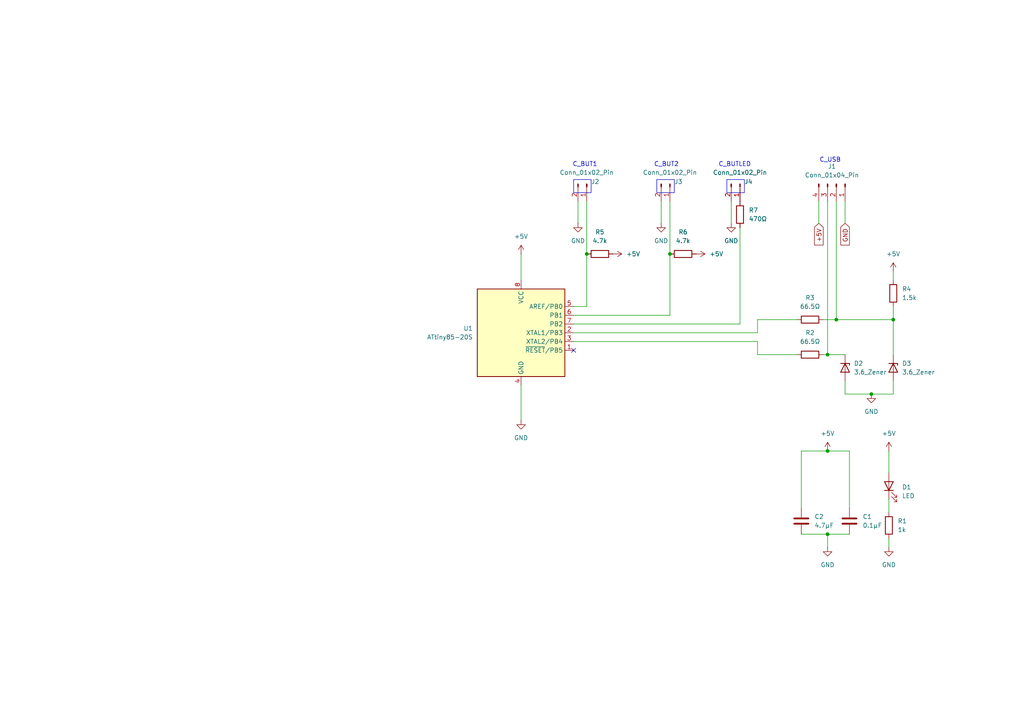
<source format=kicad_sch>
(kicad_sch
	(version 20231120)
	(generator "eeschema")
	(generator_version "8.0")
	(uuid "7b8f9bbd-9ed0-49d2-b0ad-7233b09c8c07")
	(paper "A4")
	(title_block
		(title "HomeControl - DoorStation")
		(date "2025-02-09")
		(rev "R1")
	)
	(lib_symbols
		(symbol "Connector:Conn_01x02_Pin"
			(pin_names
				(offset 1.016) hide)
			(exclude_from_sim no)
			(in_bom yes)
			(on_board yes)
			(property "Reference" "J"
				(at 0 2.54 0)
				(effects
					(font
						(size 1.27 1.27)
					)
				)
			)
			(property "Value" "Conn_01x02_Pin"
				(at 0 -5.08 0)
				(effects
					(font
						(size 1.27 1.27)
					)
				)
			)
			(property "Footprint" ""
				(at 0 0 0)
				(effects
					(font
						(size 1.27 1.27)
					)
					(hide yes)
				)
			)
			(property "Datasheet" "~"
				(at 0 0 0)
				(effects
					(font
						(size 1.27 1.27)
					)
					(hide yes)
				)
			)
			(property "Description" "Generic connector, single row, 01x02, script generated"
				(at 0 0 0)
				(effects
					(font
						(size 1.27 1.27)
					)
					(hide yes)
				)
			)
			(property "ki_locked" ""
				(at 0 0 0)
				(effects
					(font
						(size 1.27 1.27)
					)
				)
			)
			(property "ki_keywords" "connector"
				(at 0 0 0)
				(effects
					(font
						(size 1.27 1.27)
					)
					(hide yes)
				)
			)
			(property "ki_fp_filters" "Connector*:*_1x??_*"
				(at 0 0 0)
				(effects
					(font
						(size 1.27 1.27)
					)
					(hide yes)
				)
			)
			(symbol "Conn_01x02_Pin_1_1"
				(polyline
					(pts
						(xy 1.27 -2.54) (xy 0.8636 -2.54)
					)
					(stroke
						(width 0.1524)
						(type default)
					)
					(fill
						(type none)
					)
				)
				(polyline
					(pts
						(xy 1.27 0) (xy 0.8636 0)
					)
					(stroke
						(width 0.1524)
						(type default)
					)
					(fill
						(type none)
					)
				)
				(rectangle
					(start 0.8636 -2.413)
					(end 0 -2.667)
					(stroke
						(width 0.1524)
						(type default)
					)
					(fill
						(type outline)
					)
				)
				(rectangle
					(start 0.8636 0.127)
					(end 0 -0.127)
					(stroke
						(width 0.1524)
						(type default)
					)
					(fill
						(type outline)
					)
				)
				(pin passive line
					(at 5.08 0 180)
					(length 3.81)
					(name "Pin_1"
						(effects
							(font
								(size 1.27 1.27)
							)
						)
					)
					(number "1"
						(effects
							(font
								(size 1.27 1.27)
							)
						)
					)
				)
				(pin passive line
					(at 5.08 -2.54 180)
					(length 3.81)
					(name "Pin_2"
						(effects
							(font
								(size 1.27 1.27)
							)
						)
					)
					(number "2"
						(effects
							(font
								(size 1.27 1.27)
							)
						)
					)
				)
			)
		)
		(symbol "Connector:Conn_01x04_Pin"
			(pin_names
				(offset 1.016) hide)
			(exclude_from_sim no)
			(in_bom yes)
			(on_board yes)
			(property "Reference" "J"
				(at 0 5.08 0)
				(effects
					(font
						(size 1.27 1.27)
					)
				)
			)
			(property "Value" "Conn_01x04_Pin"
				(at 0 -7.62 0)
				(effects
					(font
						(size 1.27 1.27)
					)
				)
			)
			(property "Footprint" ""
				(at 0 0 0)
				(effects
					(font
						(size 1.27 1.27)
					)
					(hide yes)
				)
			)
			(property "Datasheet" "~"
				(at 0 0 0)
				(effects
					(font
						(size 1.27 1.27)
					)
					(hide yes)
				)
			)
			(property "Description" "Generic connector, single row, 01x04, script generated"
				(at 0 0 0)
				(effects
					(font
						(size 1.27 1.27)
					)
					(hide yes)
				)
			)
			(property "ki_locked" ""
				(at 0 0 0)
				(effects
					(font
						(size 1.27 1.27)
					)
				)
			)
			(property "ki_keywords" "connector"
				(at 0 0 0)
				(effects
					(font
						(size 1.27 1.27)
					)
					(hide yes)
				)
			)
			(property "ki_fp_filters" "Connector*:*_1x??_*"
				(at 0 0 0)
				(effects
					(font
						(size 1.27 1.27)
					)
					(hide yes)
				)
			)
			(symbol "Conn_01x04_Pin_1_1"
				(polyline
					(pts
						(xy 1.27 -5.08) (xy 0.8636 -5.08)
					)
					(stroke
						(width 0.1524)
						(type default)
					)
					(fill
						(type none)
					)
				)
				(polyline
					(pts
						(xy 1.27 -2.54) (xy 0.8636 -2.54)
					)
					(stroke
						(width 0.1524)
						(type default)
					)
					(fill
						(type none)
					)
				)
				(polyline
					(pts
						(xy 1.27 0) (xy 0.8636 0)
					)
					(stroke
						(width 0.1524)
						(type default)
					)
					(fill
						(type none)
					)
				)
				(polyline
					(pts
						(xy 1.27 2.54) (xy 0.8636 2.54)
					)
					(stroke
						(width 0.1524)
						(type default)
					)
					(fill
						(type none)
					)
				)
				(rectangle
					(start 0.8636 -4.953)
					(end 0 -5.207)
					(stroke
						(width 0.1524)
						(type default)
					)
					(fill
						(type outline)
					)
				)
				(rectangle
					(start 0.8636 -2.413)
					(end 0 -2.667)
					(stroke
						(width 0.1524)
						(type default)
					)
					(fill
						(type outline)
					)
				)
				(rectangle
					(start 0.8636 0.127)
					(end 0 -0.127)
					(stroke
						(width 0.1524)
						(type default)
					)
					(fill
						(type outline)
					)
				)
				(rectangle
					(start 0.8636 2.667)
					(end 0 2.413)
					(stroke
						(width 0.1524)
						(type default)
					)
					(fill
						(type outline)
					)
				)
				(pin passive line
					(at 5.08 2.54 180)
					(length 3.81)
					(name "Pin_1"
						(effects
							(font
								(size 1.27 1.27)
							)
						)
					)
					(number "1"
						(effects
							(font
								(size 1.27 1.27)
							)
						)
					)
				)
				(pin passive line
					(at 5.08 0 180)
					(length 3.81)
					(name "Pin_2"
						(effects
							(font
								(size 1.27 1.27)
							)
						)
					)
					(number "2"
						(effects
							(font
								(size 1.27 1.27)
							)
						)
					)
				)
				(pin passive line
					(at 5.08 -2.54 180)
					(length 3.81)
					(name "Pin_3"
						(effects
							(font
								(size 1.27 1.27)
							)
						)
					)
					(number "3"
						(effects
							(font
								(size 1.27 1.27)
							)
						)
					)
				)
				(pin passive line
					(at 5.08 -5.08 180)
					(length 3.81)
					(name "Pin_4"
						(effects
							(font
								(size 1.27 1.27)
							)
						)
					)
					(number "4"
						(effects
							(font
								(size 1.27 1.27)
							)
						)
					)
				)
			)
		)
		(symbol "Device:C"
			(pin_numbers hide)
			(pin_names
				(offset 0.254)
			)
			(exclude_from_sim no)
			(in_bom yes)
			(on_board yes)
			(property "Reference" "C"
				(at 0.635 2.54 0)
				(effects
					(font
						(size 1.27 1.27)
					)
					(justify left)
				)
			)
			(property "Value" "C"
				(at 0.635 -2.54 0)
				(effects
					(font
						(size 1.27 1.27)
					)
					(justify left)
				)
			)
			(property "Footprint" ""
				(at 0.9652 -3.81 0)
				(effects
					(font
						(size 1.27 1.27)
					)
					(hide yes)
				)
			)
			(property "Datasheet" "~"
				(at 0 0 0)
				(effects
					(font
						(size 1.27 1.27)
					)
					(hide yes)
				)
			)
			(property "Description" "Unpolarized capacitor"
				(at 0 0 0)
				(effects
					(font
						(size 1.27 1.27)
					)
					(hide yes)
				)
			)
			(property "ki_keywords" "cap capacitor"
				(at 0 0 0)
				(effects
					(font
						(size 1.27 1.27)
					)
					(hide yes)
				)
			)
			(property "ki_fp_filters" "C_*"
				(at 0 0 0)
				(effects
					(font
						(size 1.27 1.27)
					)
					(hide yes)
				)
			)
			(symbol "C_0_1"
				(polyline
					(pts
						(xy -2.032 -0.762) (xy 2.032 -0.762)
					)
					(stroke
						(width 0.508)
						(type default)
					)
					(fill
						(type none)
					)
				)
				(polyline
					(pts
						(xy -2.032 0.762) (xy 2.032 0.762)
					)
					(stroke
						(width 0.508)
						(type default)
					)
					(fill
						(type none)
					)
				)
			)
			(symbol "C_1_1"
				(pin passive line
					(at 0 3.81 270)
					(length 2.794)
					(name "~"
						(effects
							(font
								(size 1.27 1.27)
							)
						)
					)
					(number "1"
						(effects
							(font
								(size 1.27 1.27)
							)
						)
					)
				)
				(pin passive line
					(at 0 -3.81 90)
					(length 2.794)
					(name "~"
						(effects
							(font
								(size 1.27 1.27)
							)
						)
					)
					(number "2"
						(effects
							(font
								(size 1.27 1.27)
							)
						)
					)
				)
			)
		)
		(symbol "Device:D_Zener"
			(pin_numbers hide)
			(pin_names
				(offset 1.016) hide)
			(exclude_from_sim no)
			(in_bom yes)
			(on_board yes)
			(property "Reference" "D"
				(at 0 2.54 0)
				(effects
					(font
						(size 1.27 1.27)
					)
				)
			)
			(property "Value" "D_Zener"
				(at 0 -2.54 0)
				(effects
					(font
						(size 1.27 1.27)
					)
				)
			)
			(property "Footprint" ""
				(at 0 0 0)
				(effects
					(font
						(size 1.27 1.27)
					)
					(hide yes)
				)
			)
			(property "Datasheet" "~"
				(at 0 0 0)
				(effects
					(font
						(size 1.27 1.27)
					)
					(hide yes)
				)
			)
			(property "Description" "Zener diode"
				(at 0 0 0)
				(effects
					(font
						(size 1.27 1.27)
					)
					(hide yes)
				)
			)
			(property "ki_keywords" "diode"
				(at 0 0 0)
				(effects
					(font
						(size 1.27 1.27)
					)
					(hide yes)
				)
			)
			(property "ki_fp_filters" "TO-???* *_Diode_* *SingleDiode* D_*"
				(at 0 0 0)
				(effects
					(font
						(size 1.27 1.27)
					)
					(hide yes)
				)
			)
			(symbol "D_Zener_0_1"
				(polyline
					(pts
						(xy 1.27 0) (xy -1.27 0)
					)
					(stroke
						(width 0)
						(type default)
					)
					(fill
						(type none)
					)
				)
				(polyline
					(pts
						(xy -1.27 -1.27) (xy -1.27 1.27) (xy -0.762 1.27)
					)
					(stroke
						(width 0.254)
						(type default)
					)
					(fill
						(type none)
					)
				)
				(polyline
					(pts
						(xy 1.27 -1.27) (xy 1.27 1.27) (xy -1.27 0) (xy 1.27 -1.27)
					)
					(stroke
						(width 0.254)
						(type default)
					)
					(fill
						(type none)
					)
				)
			)
			(symbol "D_Zener_1_1"
				(pin passive line
					(at -3.81 0 0)
					(length 2.54)
					(name "K"
						(effects
							(font
								(size 1.27 1.27)
							)
						)
					)
					(number "1"
						(effects
							(font
								(size 1.27 1.27)
							)
						)
					)
				)
				(pin passive line
					(at 3.81 0 180)
					(length 2.54)
					(name "A"
						(effects
							(font
								(size 1.27 1.27)
							)
						)
					)
					(number "2"
						(effects
							(font
								(size 1.27 1.27)
							)
						)
					)
				)
			)
		)
		(symbol "Device:LED"
			(pin_numbers hide)
			(pin_names
				(offset 1.016) hide)
			(exclude_from_sim no)
			(in_bom yes)
			(on_board yes)
			(property "Reference" "D"
				(at 0 2.54 0)
				(effects
					(font
						(size 1.27 1.27)
					)
				)
			)
			(property "Value" "LED"
				(at 0 -2.54 0)
				(effects
					(font
						(size 1.27 1.27)
					)
				)
			)
			(property "Footprint" ""
				(at 0 0 0)
				(effects
					(font
						(size 1.27 1.27)
					)
					(hide yes)
				)
			)
			(property "Datasheet" "~"
				(at 0 0 0)
				(effects
					(font
						(size 1.27 1.27)
					)
					(hide yes)
				)
			)
			(property "Description" "Light emitting diode"
				(at 0 0 0)
				(effects
					(font
						(size 1.27 1.27)
					)
					(hide yes)
				)
			)
			(property "ki_keywords" "LED diode"
				(at 0 0 0)
				(effects
					(font
						(size 1.27 1.27)
					)
					(hide yes)
				)
			)
			(property "ki_fp_filters" "LED* LED_SMD:* LED_THT:*"
				(at 0 0 0)
				(effects
					(font
						(size 1.27 1.27)
					)
					(hide yes)
				)
			)
			(symbol "LED_0_1"
				(polyline
					(pts
						(xy -1.27 -1.27) (xy -1.27 1.27)
					)
					(stroke
						(width 0.254)
						(type default)
					)
					(fill
						(type none)
					)
				)
				(polyline
					(pts
						(xy -1.27 0) (xy 1.27 0)
					)
					(stroke
						(width 0)
						(type default)
					)
					(fill
						(type none)
					)
				)
				(polyline
					(pts
						(xy 1.27 -1.27) (xy 1.27 1.27) (xy -1.27 0) (xy 1.27 -1.27)
					)
					(stroke
						(width 0.254)
						(type default)
					)
					(fill
						(type none)
					)
				)
				(polyline
					(pts
						(xy -3.048 -0.762) (xy -4.572 -2.286) (xy -3.81 -2.286) (xy -4.572 -2.286) (xy -4.572 -1.524)
					)
					(stroke
						(width 0)
						(type default)
					)
					(fill
						(type none)
					)
				)
				(polyline
					(pts
						(xy -1.778 -0.762) (xy -3.302 -2.286) (xy -2.54 -2.286) (xy -3.302 -2.286) (xy -3.302 -1.524)
					)
					(stroke
						(width 0)
						(type default)
					)
					(fill
						(type none)
					)
				)
			)
			(symbol "LED_1_1"
				(pin passive line
					(at -3.81 0 0)
					(length 2.54)
					(name "K"
						(effects
							(font
								(size 1.27 1.27)
							)
						)
					)
					(number "1"
						(effects
							(font
								(size 1.27 1.27)
							)
						)
					)
				)
				(pin passive line
					(at 3.81 0 180)
					(length 2.54)
					(name "A"
						(effects
							(font
								(size 1.27 1.27)
							)
						)
					)
					(number "2"
						(effects
							(font
								(size 1.27 1.27)
							)
						)
					)
				)
			)
		)
		(symbol "Device:R"
			(pin_numbers hide)
			(pin_names
				(offset 0)
			)
			(exclude_from_sim no)
			(in_bom yes)
			(on_board yes)
			(property "Reference" "R"
				(at 2.032 0 90)
				(effects
					(font
						(size 1.27 1.27)
					)
				)
			)
			(property "Value" "R"
				(at 0 0 90)
				(effects
					(font
						(size 1.27 1.27)
					)
				)
			)
			(property "Footprint" ""
				(at -1.778 0 90)
				(effects
					(font
						(size 1.27 1.27)
					)
					(hide yes)
				)
			)
			(property "Datasheet" "~"
				(at 0 0 0)
				(effects
					(font
						(size 1.27 1.27)
					)
					(hide yes)
				)
			)
			(property "Description" "Resistor"
				(at 0 0 0)
				(effects
					(font
						(size 1.27 1.27)
					)
					(hide yes)
				)
			)
			(property "ki_keywords" "R res resistor"
				(at 0 0 0)
				(effects
					(font
						(size 1.27 1.27)
					)
					(hide yes)
				)
			)
			(property "ki_fp_filters" "R_*"
				(at 0 0 0)
				(effects
					(font
						(size 1.27 1.27)
					)
					(hide yes)
				)
			)
			(symbol "R_0_1"
				(rectangle
					(start -1.016 -2.54)
					(end 1.016 2.54)
					(stroke
						(width 0.254)
						(type default)
					)
					(fill
						(type none)
					)
				)
			)
			(symbol "R_1_1"
				(pin passive line
					(at 0 3.81 270)
					(length 1.27)
					(name "~"
						(effects
							(font
								(size 1.27 1.27)
							)
						)
					)
					(number "1"
						(effects
							(font
								(size 1.27 1.27)
							)
						)
					)
				)
				(pin passive line
					(at 0 -3.81 90)
					(length 1.27)
					(name "~"
						(effects
							(font
								(size 1.27 1.27)
							)
						)
					)
					(number "2"
						(effects
							(font
								(size 1.27 1.27)
							)
						)
					)
				)
			)
		)
		(symbol "MCU_Microchip_ATtiny:ATtiny85-20S"
			(exclude_from_sim no)
			(in_bom yes)
			(on_board yes)
			(property "Reference" "U"
				(at -12.7 13.97 0)
				(effects
					(font
						(size 1.27 1.27)
					)
					(justify left bottom)
				)
			)
			(property "Value" "ATtiny85-20S"
				(at 2.54 -13.97 0)
				(effects
					(font
						(size 1.27 1.27)
					)
					(justify left top)
				)
			)
			(property "Footprint" "Package_SO:SOIC-8W_5.3x5.3mm_P1.27mm"
				(at 0 0 0)
				(effects
					(font
						(size 1.27 1.27)
						(italic yes)
					)
					(hide yes)
				)
			)
			(property "Datasheet" "http://ww1.microchip.com/downloads/en/DeviceDoc/atmel-2586-avr-8-bit-microcontroller-attiny25-attiny45-attiny85_datasheet.pdf"
				(at 0 0 0)
				(effects
					(font
						(size 1.27 1.27)
					)
					(hide yes)
				)
			)
			(property "Description" "20MHz, 8kB Flash, 512B SRAM, 512B EEPROM, debugWIRE, SOIC-8W"
				(at 0 0 0)
				(effects
					(font
						(size 1.27 1.27)
					)
					(hide yes)
				)
			)
			(property "ki_keywords" "AVR 8bit Microcontroller tinyAVR"
				(at 0 0 0)
				(effects
					(font
						(size 1.27 1.27)
					)
					(hide yes)
				)
			)
			(property "ki_fp_filters" "SOIC*5.3x5.3mm*P1.27mm*"
				(at 0 0 0)
				(effects
					(font
						(size 1.27 1.27)
					)
					(hide yes)
				)
			)
			(symbol "ATtiny85-20S_0_1"
				(rectangle
					(start -12.7 -12.7)
					(end 12.7 12.7)
					(stroke
						(width 0.254)
						(type default)
					)
					(fill
						(type background)
					)
				)
			)
			(symbol "ATtiny85-20S_1_1"
				(pin bidirectional line
					(at 15.24 -5.08 180)
					(length 2.54)
					(name "~{RESET}/PB5"
						(effects
							(font
								(size 1.27 1.27)
							)
						)
					)
					(number "1"
						(effects
							(font
								(size 1.27 1.27)
							)
						)
					)
				)
				(pin bidirectional line
					(at 15.24 0 180)
					(length 2.54)
					(name "XTAL1/PB3"
						(effects
							(font
								(size 1.27 1.27)
							)
						)
					)
					(number "2"
						(effects
							(font
								(size 1.27 1.27)
							)
						)
					)
				)
				(pin bidirectional line
					(at 15.24 -2.54 180)
					(length 2.54)
					(name "XTAL2/PB4"
						(effects
							(font
								(size 1.27 1.27)
							)
						)
					)
					(number "3"
						(effects
							(font
								(size 1.27 1.27)
							)
						)
					)
				)
				(pin power_in line
					(at 0 -15.24 90)
					(length 2.54)
					(name "GND"
						(effects
							(font
								(size 1.27 1.27)
							)
						)
					)
					(number "4"
						(effects
							(font
								(size 1.27 1.27)
							)
						)
					)
				)
				(pin bidirectional line
					(at 15.24 7.62 180)
					(length 2.54)
					(name "AREF/PB0"
						(effects
							(font
								(size 1.27 1.27)
							)
						)
					)
					(number "5"
						(effects
							(font
								(size 1.27 1.27)
							)
						)
					)
				)
				(pin bidirectional line
					(at 15.24 5.08 180)
					(length 2.54)
					(name "PB1"
						(effects
							(font
								(size 1.27 1.27)
							)
						)
					)
					(number "6"
						(effects
							(font
								(size 1.27 1.27)
							)
						)
					)
				)
				(pin bidirectional line
					(at 15.24 2.54 180)
					(length 2.54)
					(name "PB2"
						(effects
							(font
								(size 1.27 1.27)
							)
						)
					)
					(number "7"
						(effects
							(font
								(size 1.27 1.27)
							)
						)
					)
				)
				(pin power_in line
					(at 0 15.24 270)
					(length 2.54)
					(name "VCC"
						(effects
							(font
								(size 1.27 1.27)
							)
						)
					)
					(number "8"
						(effects
							(font
								(size 1.27 1.27)
							)
						)
					)
				)
			)
		)
		(symbol "power:+5V"
			(power)
			(pin_numbers hide)
			(pin_names
				(offset 0) hide)
			(exclude_from_sim no)
			(in_bom yes)
			(on_board yes)
			(property "Reference" "#PWR"
				(at 0 -3.81 0)
				(effects
					(font
						(size 1.27 1.27)
					)
					(hide yes)
				)
			)
			(property "Value" "+5V"
				(at 0 3.556 0)
				(effects
					(font
						(size 1.27 1.27)
					)
				)
			)
			(property "Footprint" ""
				(at 0 0 0)
				(effects
					(font
						(size 1.27 1.27)
					)
					(hide yes)
				)
			)
			(property "Datasheet" ""
				(at 0 0 0)
				(effects
					(font
						(size 1.27 1.27)
					)
					(hide yes)
				)
			)
			(property "Description" "Power symbol creates a global label with name \"+5V\""
				(at 0 0 0)
				(effects
					(font
						(size 1.27 1.27)
					)
					(hide yes)
				)
			)
			(property "ki_keywords" "global power"
				(at 0 0 0)
				(effects
					(font
						(size 1.27 1.27)
					)
					(hide yes)
				)
			)
			(symbol "+5V_0_1"
				(polyline
					(pts
						(xy -0.762 1.27) (xy 0 2.54)
					)
					(stroke
						(width 0)
						(type default)
					)
					(fill
						(type none)
					)
				)
				(polyline
					(pts
						(xy 0 0) (xy 0 2.54)
					)
					(stroke
						(width 0)
						(type default)
					)
					(fill
						(type none)
					)
				)
				(polyline
					(pts
						(xy 0 2.54) (xy 0.762 1.27)
					)
					(stroke
						(width 0)
						(type default)
					)
					(fill
						(type none)
					)
				)
			)
			(symbol "+5V_1_1"
				(pin power_in line
					(at 0 0 90)
					(length 0)
					(name "~"
						(effects
							(font
								(size 1.27 1.27)
							)
						)
					)
					(number "1"
						(effects
							(font
								(size 1.27 1.27)
							)
						)
					)
				)
			)
		)
		(symbol "power:GND"
			(power)
			(pin_numbers hide)
			(pin_names
				(offset 0) hide)
			(exclude_from_sim no)
			(in_bom yes)
			(on_board yes)
			(property "Reference" "#PWR"
				(at 0 -6.35 0)
				(effects
					(font
						(size 1.27 1.27)
					)
					(hide yes)
				)
			)
			(property "Value" "GND"
				(at 0 -3.81 0)
				(effects
					(font
						(size 1.27 1.27)
					)
				)
			)
			(property "Footprint" ""
				(at 0 0 0)
				(effects
					(font
						(size 1.27 1.27)
					)
					(hide yes)
				)
			)
			(property "Datasheet" ""
				(at 0 0 0)
				(effects
					(font
						(size 1.27 1.27)
					)
					(hide yes)
				)
			)
			(property "Description" "Power symbol creates a global label with name \"GND\" , ground"
				(at 0 0 0)
				(effects
					(font
						(size 1.27 1.27)
					)
					(hide yes)
				)
			)
			(property "ki_keywords" "global power"
				(at 0 0 0)
				(effects
					(font
						(size 1.27 1.27)
					)
					(hide yes)
				)
			)
			(symbol "GND_0_1"
				(polyline
					(pts
						(xy 0 0) (xy 0 -1.27) (xy 1.27 -1.27) (xy 0 -2.54) (xy -1.27 -1.27) (xy 0 -1.27)
					)
					(stroke
						(width 0)
						(type default)
					)
					(fill
						(type none)
					)
				)
			)
			(symbol "GND_1_1"
				(pin power_in line
					(at 0 0 270)
					(length 0)
					(name "~"
						(effects
							(font
								(size 1.27 1.27)
							)
						)
					)
					(number "1"
						(effects
							(font
								(size 1.27 1.27)
							)
						)
					)
				)
			)
		)
	)
	(junction
		(at 252.73 114.3)
		(diameter 0)
		(color 0 0 0 0)
		(uuid "33241ddd-6ddb-4e42-8feb-681c04058127")
	)
	(junction
		(at 259.08 92.71)
		(diameter 0)
		(color 0 0 0 0)
		(uuid "491449b5-204e-48ed-819e-7afb623852b4")
	)
	(junction
		(at 240.03 154.94)
		(diameter 0)
		(color 0 0 0 0)
		(uuid "7df2ebe8-d203-4bc0-94d4-765571db3dbc")
	)
	(junction
		(at 170.18 73.66)
		(diameter 0)
		(color 0 0 0 0)
		(uuid "8889e931-3ab8-4a1e-97e0-9bc59bfc091f")
	)
	(junction
		(at 240.03 102.87)
		(diameter 0)
		(color 0 0 0 0)
		(uuid "888b91f2-ddce-4d23-b515-9b1e3f47e3f3")
	)
	(junction
		(at 240.03 130.81)
		(diameter 0)
		(color 0 0 0 0)
		(uuid "a9453503-760d-4570-83af-74397160c1d2")
	)
	(junction
		(at 194.31 73.66)
		(diameter 0)
		(color 0 0 0 0)
		(uuid "ec8a1bf2-8872-4dde-b3b8-57b2bb341564")
	)
	(junction
		(at 242.57 92.71)
		(diameter 0)
		(color 0 0 0 0)
		(uuid "fadef362-9b08-4318-9aad-43ee57c9b6f1")
	)
	(no_connect
		(at 166.37 101.6)
		(uuid "2fd5c5f4-893e-4bf5-a2fb-2c7938a9d519")
	)
	(wire
		(pts
			(xy 232.41 130.81) (xy 240.03 130.81)
		)
		(stroke
			(width 0)
			(type default)
		)
		(uuid "01f3318b-eba5-42bd-87b0-798e8ce15043")
	)
	(wire
		(pts
			(xy 257.81 156.21) (xy 257.81 158.75)
		)
		(stroke
			(width 0)
			(type default)
		)
		(uuid "0690c69e-972c-4a91-a4b8-25417c7c6b37")
	)
	(wire
		(pts
			(xy 219.71 99.06) (xy 219.71 102.87)
		)
		(stroke
			(width 0)
			(type default)
		)
		(uuid "1ac64d00-979a-4695-bcec-2c71b3519130")
	)
	(wire
		(pts
			(xy 238.76 92.71) (xy 242.57 92.71)
		)
		(stroke
			(width 0)
			(type default)
		)
		(uuid "1c40e3d6-eecf-48cd-ba41-498cad3fc4b1")
	)
	(wire
		(pts
			(xy 259.08 78.74) (xy 259.08 81.28)
		)
		(stroke
			(width 0)
			(type default)
		)
		(uuid "1cf4880a-053c-4eab-98f8-eb993a3e3658")
	)
	(wire
		(pts
			(xy 212.09 58.42) (xy 212.09 64.77)
		)
		(stroke
			(width 0)
			(type default)
		)
		(uuid "28aa3ac8-1ac1-420c-8960-ecd8be47f1ae")
	)
	(wire
		(pts
			(xy 240.03 58.42) (xy 240.03 102.87)
		)
		(stroke
			(width 0)
			(type default)
		)
		(uuid "2f1aa93c-803a-4c31-a10d-f8119fd225e9")
	)
	(wire
		(pts
			(xy 240.03 130.81) (xy 246.38 130.81)
		)
		(stroke
			(width 0)
			(type default)
		)
		(uuid "4012870c-d64a-482d-9ee4-b6ba46048867")
	)
	(wire
		(pts
			(xy 246.38 154.94) (xy 240.03 154.94)
		)
		(stroke
			(width 0)
			(type default)
		)
		(uuid "41d3587c-c123-4e2f-882f-a26ad5a073d4")
	)
	(wire
		(pts
			(xy 238.76 102.87) (xy 240.03 102.87)
		)
		(stroke
			(width 0)
			(type default)
		)
		(uuid "4aaa5c06-73a7-4438-8578-9487a47f1176")
	)
	(wire
		(pts
			(xy 259.08 114.3) (xy 252.73 114.3)
		)
		(stroke
			(width 0)
			(type default)
		)
		(uuid "4d6b4272-04df-4a28-b246-1d41fc7fe6d3")
	)
	(wire
		(pts
			(xy 170.18 73.66) (xy 170.18 88.9)
		)
		(stroke
			(width 0)
			(type default)
		)
		(uuid "4e533d7d-19e2-4ee4-940d-ab128bf4aba1")
	)
	(wire
		(pts
			(xy 194.31 73.66) (xy 194.31 91.44)
		)
		(stroke
			(width 0)
			(type default)
		)
		(uuid "547d790e-3ccb-4720-aa72-9557c71ee8a1")
	)
	(wire
		(pts
			(xy 166.37 96.52) (xy 219.71 96.52)
		)
		(stroke
			(width 0)
			(type default)
		)
		(uuid "5540ceb0-c596-4665-af50-bbcf691fb522")
	)
	(wire
		(pts
			(xy 194.31 91.44) (xy 166.37 91.44)
		)
		(stroke
			(width 0)
			(type default)
		)
		(uuid "5a243e4e-b29c-4e9a-ad10-afff5e2354da")
	)
	(wire
		(pts
			(xy 245.11 58.42) (xy 245.11 64.77)
		)
		(stroke
			(width 0)
			(type default)
		)
		(uuid "61e0675f-b88c-45dc-be0b-eede730b0f92")
	)
	(wire
		(pts
			(xy 232.41 154.94) (xy 240.03 154.94)
		)
		(stroke
			(width 0)
			(type default)
		)
		(uuid "6842331e-753e-4fec-b7ac-3e19098aab2e")
	)
	(wire
		(pts
			(xy 242.57 92.71) (xy 259.08 92.71)
		)
		(stroke
			(width 0)
			(type default)
		)
		(uuid "7469c4e2-5ba2-4c31-8e01-03c451da7f85")
	)
	(wire
		(pts
			(xy 166.37 93.98) (xy 214.63 93.98)
		)
		(stroke
			(width 0)
			(type default)
		)
		(uuid "87921943-c54f-4a9b-b46f-9c3e8b248203")
	)
	(wire
		(pts
			(xy 151.13 73.66) (xy 151.13 81.28)
		)
		(stroke
			(width 0)
			(type default)
		)
		(uuid "89813d5e-2859-48f8-8c40-85041a35b6d1")
	)
	(wire
		(pts
			(xy 245.11 110.49) (xy 245.11 114.3)
		)
		(stroke
			(width 0)
			(type default)
		)
		(uuid "8aaedaa6-c94b-4220-9476-bc8c2477d3c9")
	)
	(wire
		(pts
			(xy 240.03 154.94) (xy 240.03 158.75)
		)
		(stroke
			(width 0)
			(type default)
		)
		(uuid "95014ca6-a818-4200-8bb2-f74459c3ad67")
	)
	(wire
		(pts
			(xy 219.71 92.71) (xy 219.71 96.52)
		)
		(stroke
			(width 0)
			(type default)
		)
		(uuid "966f0c15-96b7-491c-bdf0-6c60b3efb1c8")
	)
	(wire
		(pts
			(xy 194.31 73.66) (xy 194.31 58.42)
		)
		(stroke
			(width 0)
			(type default)
		)
		(uuid "994eeca4-c21c-4333-972f-49b8920b2819")
	)
	(wire
		(pts
			(xy 191.77 58.42) (xy 191.77 64.77)
		)
		(stroke
			(width 0)
			(type default)
		)
		(uuid "9b7f8787-5737-467c-8365-5e399ffa238b")
	)
	(wire
		(pts
			(xy 240.03 102.87) (xy 245.11 102.87)
		)
		(stroke
			(width 0)
			(type default)
		)
		(uuid "9caa6533-1d02-4ef4-ac90-797a448ff45c")
	)
	(wire
		(pts
			(xy 214.63 93.98) (xy 214.63 66.04)
		)
		(stroke
			(width 0)
			(type default)
		)
		(uuid "a9e00f8a-8ac4-41fa-ae7f-b45328cca851")
	)
	(wire
		(pts
			(xy 167.64 58.42) (xy 167.64 64.77)
		)
		(stroke
			(width 0)
			(type default)
		)
		(uuid "b1deff84-c324-4686-88f1-2b9496bd62e3")
	)
	(wire
		(pts
			(xy 259.08 110.49) (xy 259.08 114.3)
		)
		(stroke
			(width 0)
			(type default)
		)
		(uuid "b40d7684-02df-41f6-84ed-1ce1bd3182e2")
	)
	(wire
		(pts
			(xy 245.11 114.3) (xy 252.73 114.3)
		)
		(stroke
			(width 0)
			(type default)
		)
		(uuid "b4b8f8d8-9225-425b-bde1-08e7de4a9c9c")
	)
	(wire
		(pts
			(xy 219.71 92.71) (xy 231.14 92.71)
		)
		(stroke
			(width 0)
			(type default)
		)
		(uuid "b95516e9-26e5-4c42-ab5f-db9755eda71d")
	)
	(wire
		(pts
			(xy 246.38 147.32) (xy 246.38 130.81)
		)
		(stroke
			(width 0)
			(type default)
		)
		(uuid "bba100e6-dbca-4465-b6fc-fd08f9d4507e")
	)
	(wire
		(pts
			(xy 151.13 111.76) (xy 151.13 121.92)
		)
		(stroke
			(width 0)
			(type default)
		)
		(uuid "c1a473cd-99f7-40bc-86bf-db5dce6fe820")
	)
	(wire
		(pts
			(xy 257.81 144.78) (xy 257.81 148.59)
		)
		(stroke
			(width 0)
			(type default)
		)
		(uuid "c3e3b485-171b-4cb4-a1ea-5bb1bc215802")
	)
	(wire
		(pts
			(xy 259.08 88.9) (xy 259.08 92.71)
		)
		(stroke
			(width 0)
			(type default)
		)
		(uuid "c5596e9d-3c95-40d3-8c49-4c406a43ef9f")
	)
	(wire
		(pts
			(xy 166.37 99.06) (xy 219.71 99.06)
		)
		(stroke
			(width 0)
			(type default)
		)
		(uuid "d613a1e1-66e0-48bf-8e56-9f14379196de")
	)
	(wire
		(pts
			(xy 219.71 102.87) (xy 231.14 102.87)
		)
		(stroke
			(width 0)
			(type default)
		)
		(uuid "d6b140e2-2253-4bd1-a780-5fffe7787212")
	)
	(wire
		(pts
			(xy 170.18 88.9) (xy 166.37 88.9)
		)
		(stroke
			(width 0)
			(type default)
		)
		(uuid "d8640571-3022-451d-91f7-48e1afe6805d")
	)
	(wire
		(pts
			(xy 232.41 147.32) (xy 232.41 130.81)
		)
		(stroke
			(width 0)
			(type default)
		)
		(uuid "df184eed-7e1b-4ec9-8b4f-0a52167dd1d8")
	)
	(wire
		(pts
			(xy 242.57 58.42) (xy 242.57 92.71)
		)
		(stroke
			(width 0)
			(type default)
		)
		(uuid "e35f8576-b044-42da-97d1-166d031671aa")
	)
	(wire
		(pts
			(xy 237.49 58.42) (xy 237.49 64.77)
		)
		(stroke
			(width 0)
			(type default)
		)
		(uuid "f6ccc4b8-415e-467b-a696-ff3bda47195c")
	)
	(wire
		(pts
			(xy 259.08 92.71) (xy 259.08 102.87)
		)
		(stroke
			(width 0)
			(type default)
		)
		(uuid "f7d531e3-4812-468a-ab24-944843cc429f")
	)
	(wire
		(pts
			(xy 170.18 73.66) (xy 170.18 58.42)
		)
		(stroke
			(width 0)
			(type default)
		)
		(uuid "fcdbfff4-d1c9-42d2-a557-5f1517c85c72")
	)
	(wire
		(pts
			(xy 257.81 130.81) (xy 257.81 137.16)
		)
		(stroke
			(width 0)
			(type default)
		)
		(uuid "fe1b3af9-1965-40f6-945e-808d3b6ebc93")
	)
	(rectangle
		(start 190.5 52.07)
		(end 195.58 55.88)
		(stroke
			(width 0)
			(type default)
		)
		(fill
			(type none)
		)
		(uuid 0b92d709-0ec2-4395-b9a2-bed73ed667fa)
	)
	(rectangle
		(start 210.82 52.07)
		(end 215.9 55.88)
		(stroke
			(width 0)
			(type default)
		)
		(fill
			(type none)
		)
		(uuid 701e24d7-d51a-4b6f-9a51-5895bbc35af9)
	)
	(rectangle
		(start 166.37 52.07)
		(end 171.45 55.88)
		(stroke
			(width 0)
			(type default)
		)
		(fill
			(type none)
		)
		(uuid 972c3f8e-b7c0-428f-a842-ad1d5b53b805)
	)
	(text "C_BUT1"
		(exclude_from_sim no)
		(at 169.672 47.752 0)
		(effects
			(font
				(size 1.27 1.27)
			)
		)
		(uuid "23e8ef5a-595d-4148-8696-a6d751d0a11a")
	)
	(text "C_BUTLED"
		(exclude_from_sim no)
		(at 213.106 47.752 0)
		(effects
			(font
				(size 1.27 1.27)
			)
		)
		(uuid "2b84d49a-2cd2-42d9-b7af-ba965577f1a7")
	)
	(text "C_BUT2"
		(exclude_from_sim no)
		(at 193.294 47.752 0)
		(effects
			(font
				(size 1.27 1.27)
			)
		)
		(uuid "c998c199-811c-4176-bcdf-e8abe87bc906")
	)
	(text "C_USB"
		(exclude_from_sim no)
		(at 240.792 46.482 0)
		(effects
			(font
				(size 1.27 1.27)
			)
		)
		(uuid "ddefcd54-2e81-4211-9275-a8683a1f65f0")
	)
	(global_label "GND"
		(shape input)
		(at 245.11 64.77 270)
		(fields_autoplaced yes)
		(effects
			(font
				(size 1.27 1.27)
			)
			(justify right)
		)
		(uuid "923294e8-78a1-4d4f-959b-f8b8aade250a")
		(property "Intersheetrefs" "${INTERSHEET_REFS}"
			(at 245.11 71.6257 90)
			(effects
				(font
					(size 1.27 1.27)
				)
				(justify right)
				(hide yes)
			)
		)
	)
	(global_label "+5V"
		(shape input)
		(at 237.49 64.77 270)
		(fields_autoplaced yes)
		(effects
			(font
				(size 1.27 1.27)
			)
			(justify right)
		)
		(uuid "ae78a6a7-6115-4262-90c3-42bf6a15b90f")
		(property "Intersheetrefs" "${INTERSHEET_REFS}"
			(at 237.49 71.6257 90)
			(effects
				(font
					(size 1.27 1.27)
				)
				(justify right)
				(hide yes)
			)
		)
	)
	(symbol
		(lib_id "power:+5V")
		(at 259.08 78.74 0)
		(unit 1)
		(exclude_from_sim no)
		(in_bom yes)
		(on_board yes)
		(dnp no)
		(fields_autoplaced yes)
		(uuid "01beed7a-5e58-4ca4-b980-304e43c901a9")
		(property "Reference" "#PWR06"
			(at 259.08 82.55 0)
			(effects
				(font
					(size 1.27 1.27)
				)
				(hide yes)
			)
		)
		(property "Value" "+5V"
			(at 259.08 73.66 0)
			(effects
				(font
					(size 1.27 1.27)
				)
			)
		)
		(property "Footprint" ""
			(at 259.08 78.74 0)
			(effects
				(font
					(size 1.27 1.27)
				)
				(hide yes)
			)
		)
		(property "Datasheet" ""
			(at 259.08 78.74 0)
			(effects
				(font
					(size 1.27 1.27)
				)
				(hide yes)
			)
		)
		(property "Description" "Power symbol creates a global label with name \"+5V\""
			(at 259.08 78.74 0)
			(effects
				(font
					(size 1.27 1.27)
				)
				(hide yes)
			)
		)
		(pin "1"
			(uuid "672f2f34-cc1e-4ae7-a82b-bd56d42c1664")
		)
		(instances
			(project ""
				(path "/7b8f9bbd-9ed0-49d2-b0ad-7233b09c8c07"
					(reference "#PWR06")
					(unit 1)
				)
			)
		)
	)
	(symbol
		(lib_id "power:GND")
		(at 151.13 121.92 0)
		(unit 1)
		(exclude_from_sim no)
		(in_bom yes)
		(on_board yes)
		(dnp no)
		(fields_autoplaced yes)
		(uuid "0681625f-4f5f-4075-bef0-f827d63d6dcd")
		(property "Reference" "#PWR02"
			(at 151.13 128.27 0)
			(effects
				(font
					(size 1.27 1.27)
				)
				(hide yes)
			)
		)
		(property "Value" "GND"
			(at 151.13 127 0)
			(effects
				(font
					(size 1.27 1.27)
				)
			)
		)
		(property "Footprint" ""
			(at 151.13 121.92 0)
			(effects
				(font
					(size 1.27 1.27)
				)
				(hide yes)
			)
		)
		(property "Datasheet" ""
			(at 151.13 121.92 0)
			(effects
				(font
					(size 1.27 1.27)
				)
				(hide yes)
			)
		)
		(property "Description" "Power symbol creates a global label with name \"GND\" , ground"
			(at 151.13 121.92 0)
			(effects
				(font
					(size 1.27 1.27)
				)
				(hide yes)
			)
		)
		(pin "1"
			(uuid "36b21adc-9d7f-44fa-8198-1a4284efd352")
		)
		(instances
			(project ""
				(path "/7b8f9bbd-9ed0-49d2-b0ad-7233b09c8c07"
					(reference "#PWR02")
					(unit 1)
				)
			)
		)
	)
	(symbol
		(lib_id "MCU_Microchip_ATtiny:ATtiny85-20S")
		(at 151.13 96.52 0)
		(unit 1)
		(exclude_from_sim no)
		(in_bom yes)
		(on_board yes)
		(dnp no)
		(fields_autoplaced yes)
		(uuid "196e1b8b-a19b-4e7a-9ae4-755cc7b3a692")
		(property "Reference" "U1"
			(at 137.16 95.2499 0)
			(effects
				(font
					(size 1.27 1.27)
				)
				(justify right)
			)
		)
		(property "Value" "ATtiny85-20S"
			(at 137.16 97.7899 0)
			(effects
				(font
					(size 1.27 1.27)
				)
				(justify right)
			)
		)
		(property "Footprint" "Package_SO:SOIC-8W_5.3x5.3mm_P1.27mm"
			(at 151.13 96.52 0)
			(effects
				(font
					(size 1.27 1.27)
					(italic yes)
				)
				(hide yes)
			)
		)
		(property "Datasheet" "http://ww1.microchip.com/downloads/en/DeviceDoc/atmel-2586-avr-8-bit-microcontroller-attiny25-attiny45-attiny85_datasheet.pdf"
			(at 151.13 96.52 0)
			(effects
				(font
					(size 1.27 1.27)
				)
				(hide yes)
			)
		)
		(property "Description" "20MHz, 8kB Flash, 512B SRAM, 512B EEPROM, debugWIRE, SOIC-8W"
			(at 151.13 96.52 0)
			(effects
				(font
					(size 1.27 1.27)
				)
				(hide yes)
			)
		)
		(pin "8"
			(uuid "1fd03178-0096-42aa-a00f-818c535908f1")
		)
		(pin "1"
			(uuid "d67811cc-4787-478c-89d2-0cbdad842737")
		)
		(pin "6"
			(uuid "150bc772-377b-40f8-902e-926e81c4e5b1")
		)
		(pin "2"
			(uuid "cab0f49d-a944-4aa7-a6ab-af9650ae09b9")
		)
		(pin "5"
			(uuid "69a57dc4-fd9b-4170-a664-5e712ada727f")
		)
		(pin "7"
			(uuid "7f13a861-b558-4aa0-89b0-3ae82446d663")
		)
		(pin "4"
			(uuid "9bec6128-8036-4a59-8df3-88e51161fe0a")
		)
		(pin "3"
			(uuid "8301e677-8a14-4bc4-94f4-e2fe32fa7ee4")
		)
		(instances
			(project ""
				(path "/7b8f9bbd-9ed0-49d2-b0ad-7233b09c8c07"
					(reference "U1")
					(unit 1)
				)
			)
		)
	)
	(symbol
		(lib_id "power:+5V")
		(at 240.03 130.81 0)
		(unit 1)
		(exclude_from_sim no)
		(in_bom yes)
		(on_board yes)
		(dnp no)
		(fields_autoplaced yes)
		(uuid "1fe95ed1-aaea-4ccd-92f7-a4fd3d517492")
		(property "Reference" "#PWR08"
			(at 240.03 134.62 0)
			(effects
				(font
					(size 1.27 1.27)
				)
				(hide yes)
			)
		)
		(property "Value" "+5V"
			(at 240.03 125.73 0)
			(effects
				(font
					(size 1.27 1.27)
				)
			)
		)
		(property "Footprint" ""
			(at 240.03 130.81 0)
			(effects
				(font
					(size 1.27 1.27)
				)
				(hide yes)
			)
		)
		(property "Datasheet" ""
			(at 240.03 130.81 0)
			(effects
				(font
					(size 1.27 1.27)
				)
				(hide yes)
			)
		)
		(property "Description" "Power symbol creates a global label with name \"+5V\""
			(at 240.03 130.81 0)
			(effects
				(font
					(size 1.27 1.27)
				)
				(hide yes)
			)
		)
		(pin "1"
			(uuid "2d636921-42d5-4dfb-aa0d-810c00accb2b")
		)
		(instances
			(project "DoorStation"
				(path "/7b8f9bbd-9ed0-49d2-b0ad-7233b09c8c07"
					(reference "#PWR08")
					(unit 1)
				)
			)
		)
	)
	(symbol
		(lib_id "Device:LED")
		(at 257.81 140.97 90)
		(unit 1)
		(exclude_from_sim no)
		(in_bom yes)
		(on_board yes)
		(dnp no)
		(fields_autoplaced yes)
		(uuid "242d2935-3e10-46eb-8cbf-1660ff7bdeee")
		(property "Reference" "D1"
			(at 261.62 141.2874 90)
			(effects
				(font
					(size 1.27 1.27)
				)
				(justify right)
			)
		)
		(property "Value" "LED"
			(at 261.62 143.8274 90)
			(effects
				(font
					(size 1.27 1.27)
				)
				(justify right)
			)
		)
		(property "Footprint" ""
			(at 257.81 140.97 0)
			(effects
				(font
					(size 1.27 1.27)
				)
				(hide yes)
			)
		)
		(property "Datasheet" "~"
			(at 257.81 140.97 0)
			(effects
				(font
					(size 1.27 1.27)
				)
				(hide yes)
			)
		)
		(property "Description" "Light emitting diode"
			(at 257.81 140.97 0)
			(effects
				(font
					(size 1.27 1.27)
				)
				(hide yes)
			)
		)
		(pin "1"
			(uuid "6c7332e3-bfaf-443e-b794-9554d4be8bc4")
		)
		(pin "2"
			(uuid "06a2268d-2c53-4f87-add1-98f3840f6db4")
		)
		(instances
			(project ""
				(path "/7b8f9bbd-9ed0-49d2-b0ad-7233b09c8c07"
					(reference "D1")
					(unit 1)
				)
			)
		)
	)
	(symbol
		(lib_id "Device:R")
		(at 198.12 73.66 90)
		(unit 1)
		(exclude_from_sim no)
		(in_bom yes)
		(on_board yes)
		(dnp no)
		(fields_autoplaced yes)
		(uuid "25503fda-a1fd-4cdc-bf37-e8b497a28652")
		(property "Reference" "R6"
			(at 198.12 67.31 90)
			(effects
				(font
					(size 1.27 1.27)
				)
			)
		)
		(property "Value" "4.7k"
			(at 198.12 69.85 90)
			(effects
				(font
					(size 1.27 1.27)
				)
			)
		)
		(property "Footprint" ""
			(at 198.12 75.438 90)
			(effects
				(font
					(size 1.27 1.27)
				)
				(hide yes)
			)
		)
		(property "Datasheet" "~"
			(at 198.12 73.66 0)
			(effects
				(font
					(size 1.27 1.27)
				)
				(hide yes)
			)
		)
		(property "Description" "Resistor"
			(at 198.12 73.66 0)
			(effects
				(font
					(size 1.27 1.27)
				)
				(hide yes)
			)
		)
		(pin "2"
			(uuid "f074f71f-de39-48d5-bd49-16ec5b8e9954")
		)
		(pin "1"
			(uuid "67327225-7e28-40ec-a21d-35e2983083f3")
		)
		(instances
			(project "DoorStation"
				(path "/7b8f9bbd-9ed0-49d2-b0ad-7233b09c8c07"
					(reference "R6")
					(unit 1)
				)
			)
		)
	)
	(symbol
		(lib_id "Device:D_Zener")
		(at 245.11 106.68 270)
		(unit 1)
		(exclude_from_sim no)
		(in_bom yes)
		(on_board yes)
		(dnp no)
		(fields_autoplaced yes)
		(uuid "2b33e95e-bb68-4c6f-9cb8-20ddc7584fb9")
		(property "Reference" "D2"
			(at 247.65 105.4099 90)
			(effects
				(font
					(size 1.27 1.27)
				)
				(justify left)
			)
		)
		(property "Value" "3.6_Zener"
			(at 247.65 107.9499 90)
			(effects
				(font
					(size 1.27 1.27)
				)
				(justify left)
			)
		)
		(property "Footprint" ""
			(at 245.11 106.68 0)
			(effects
				(font
					(size 1.27 1.27)
				)
				(hide yes)
			)
		)
		(property "Datasheet" "~"
			(at 245.11 106.68 0)
			(effects
				(font
					(size 1.27 1.27)
				)
				(hide yes)
			)
		)
		(property "Description" "Zener diode"
			(at 245.11 106.68 0)
			(effects
				(font
					(size 1.27 1.27)
				)
				(hide yes)
			)
		)
		(pin "2"
			(uuid "e12c8450-ca22-40f2-8252-f7a0ce82945e")
		)
		(pin "1"
			(uuid "e87a40cf-a674-4a6c-aaa4-bc63d38fac3c")
		)
		(instances
			(project ""
				(path "/7b8f9bbd-9ed0-49d2-b0ad-7233b09c8c07"
					(reference "D2")
					(unit 1)
				)
			)
		)
	)
	(symbol
		(lib_id "power:GND")
		(at 257.81 158.75 0)
		(unit 1)
		(exclude_from_sim no)
		(in_bom yes)
		(on_board yes)
		(dnp no)
		(fields_autoplaced yes)
		(uuid "311c5fbb-e488-4470-b081-3d44444de4c8")
		(property "Reference" "#PWR03"
			(at 257.81 165.1 0)
			(effects
				(font
					(size 1.27 1.27)
				)
				(hide yes)
			)
		)
		(property "Value" "GND"
			(at 257.81 163.83 0)
			(effects
				(font
					(size 1.27 1.27)
				)
			)
		)
		(property "Footprint" ""
			(at 257.81 158.75 0)
			(effects
				(font
					(size 1.27 1.27)
				)
				(hide yes)
			)
		)
		(property "Datasheet" ""
			(at 257.81 158.75 0)
			(effects
				(font
					(size 1.27 1.27)
				)
				(hide yes)
			)
		)
		(property "Description" "Power symbol creates a global label with name \"GND\" , ground"
			(at 257.81 158.75 0)
			(effects
				(font
					(size 1.27 1.27)
				)
				(hide yes)
			)
		)
		(pin "1"
			(uuid "377dce07-6cbb-4c9c-9d0e-99d16642a5e7")
		)
		(instances
			(project ""
				(path "/7b8f9bbd-9ed0-49d2-b0ad-7233b09c8c07"
					(reference "#PWR03")
					(unit 1)
				)
			)
		)
	)
	(symbol
		(lib_id "Device:R")
		(at 259.08 85.09 0)
		(unit 1)
		(exclude_from_sim no)
		(in_bom yes)
		(on_board yes)
		(dnp no)
		(fields_autoplaced yes)
		(uuid "442d853c-13b2-48c3-8a14-b3cd435241be")
		(property "Reference" "R4"
			(at 261.62 83.8199 0)
			(effects
				(font
					(size 1.27 1.27)
				)
				(justify left)
			)
		)
		(property "Value" "1.5k"
			(at 261.62 86.3599 0)
			(effects
				(font
					(size 1.27 1.27)
				)
				(justify left)
			)
		)
		(property "Footprint" ""
			(at 257.302 85.09 90)
			(effects
				(font
					(size 1.27 1.27)
				)
				(hide yes)
			)
		)
		(property "Datasheet" "~"
			(at 259.08 85.09 0)
			(effects
				(font
					(size 1.27 1.27)
				)
				(hide yes)
			)
		)
		(property "Description" "Resistor"
			(at 259.08 85.09 0)
			(effects
				(font
					(size 1.27 1.27)
				)
				(hide yes)
			)
		)
		(pin "2"
			(uuid "e6e25c2a-3356-46ec-affa-dabf95393011")
		)
		(pin "1"
			(uuid "a94dbd34-adaa-4320-90b5-d6a409b14d30")
		)
		(instances
			(project ""
				(path "/7b8f9bbd-9ed0-49d2-b0ad-7233b09c8c07"
					(reference "R4")
					(unit 1)
				)
			)
		)
	)
	(symbol
		(lib_id "Device:C")
		(at 232.41 151.13 0)
		(unit 1)
		(exclude_from_sim no)
		(in_bom yes)
		(on_board yes)
		(dnp no)
		(fields_autoplaced yes)
		(uuid "48908cd4-8f91-45f0-8925-11ca778ac8a5")
		(property "Reference" "C2"
			(at 236.22 149.8599 0)
			(effects
				(font
					(size 1.27 1.27)
				)
				(justify left)
			)
		)
		(property "Value" "4.7μF"
			(at 236.22 152.3999 0)
			(effects
				(font
					(size 1.27 1.27)
				)
				(justify left)
			)
		)
		(property "Footprint" ""
			(at 233.3752 154.94 0)
			(effects
				(font
					(size 1.27 1.27)
				)
				(hide yes)
			)
		)
		(property "Datasheet" "~"
			(at 232.41 151.13 0)
			(effects
				(font
					(size 1.27 1.27)
				)
				(hide yes)
			)
		)
		(property "Description" "Unpolarized capacitor"
			(at 232.41 151.13 0)
			(effects
				(font
					(size 1.27 1.27)
				)
				(hide yes)
			)
		)
		(pin "1"
			(uuid "93820fc9-789f-47be-84a2-becaf58120d1")
		)
		(pin "2"
			(uuid "6981c8d6-798c-4417-924e-8119c51cb4ce")
		)
		(instances
			(project "DoorStation"
				(path "/7b8f9bbd-9ed0-49d2-b0ad-7233b09c8c07"
					(reference "C2")
					(unit 1)
				)
			)
		)
	)
	(symbol
		(lib_id "power:GND")
		(at 240.03 158.75 0)
		(unit 1)
		(exclude_from_sim no)
		(in_bom yes)
		(on_board yes)
		(dnp no)
		(fields_autoplaced yes)
		(uuid "4a345f9d-49db-4007-843a-eff4b39df88e")
		(property "Reference" "#PWR07"
			(at 240.03 165.1 0)
			(effects
				(font
					(size 1.27 1.27)
				)
				(hide yes)
			)
		)
		(property "Value" "GND"
			(at 240.03 163.83 0)
			(effects
				(font
					(size 1.27 1.27)
				)
			)
		)
		(property "Footprint" ""
			(at 240.03 158.75 0)
			(effects
				(font
					(size 1.27 1.27)
				)
				(hide yes)
			)
		)
		(property "Datasheet" ""
			(at 240.03 158.75 0)
			(effects
				(font
					(size 1.27 1.27)
				)
				(hide yes)
			)
		)
		(property "Description" "Power symbol creates a global label with name \"GND\" , ground"
			(at 240.03 158.75 0)
			(effects
				(font
					(size 1.27 1.27)
				)
				(hide yes)
			)
		)
		(pin "1"
			(uuid "6626812f-1853-4925-9b6e-0fa416bded38")
		)
		(instances
			(project ""
				(path "/7b8f9bbd-9ed0-49d2-b0ad-7233b09c8c07"
					(reference "#PWR07")
					(unit 1)
				)
			)
		)
	)
	(symbol
		(lib_id "Device:R")
		(at 173.99 73.66 90)
		(unit 1)
		(exclude_from_sim no)
		(in_bom yes)
		(on_board yes)
		(dnp no)
		(fields_autoplaced yes)
		(uuid "547cb542-ca01-47ae-aa74-052e2b428762")
		(property "Reference" "R5"
			(at 173.99 67.31 90)
			(effects
				(font
					(size 1.27 1.27)
				)
			)
		)
		(property "Value" "4.7k"
			(at 173.99 69.85 90)
			(effects
				(font
					(size 1.27 1.27)
				)
			)
		)
		(property "Footprint" ""
			(at 173.99 75.438 90)
			(effects
				(font
					(size 1.27 1.27)
				)
				(hide yes)
			)
		)
		(property "Datasheet" "~"
			(at 173.99 73.66 0)
			(effects
				(font
					(size 1.27 1.27)
				)
				(hide yes)
			)
		)
		(property "Description" "Resistor"
			(at 173.99 73.66 0)
			(effects
				(font
					(size 1.27 1.27)
				)
				(hide yes)
			)
		)
		(pin "2"
			(uuid "d5fb7129-9d61-4b1e-a670-937f4cf538a0")
		)
		(pin "1"
			(uuid "b6a4b60e-71ac-4105-a1ba-1872a24c9816")
		)
		(instances
			(project ""
				(path "/7b8f9bbd-9ed0-49d2-b0ad-7233b09c8c07"
					(reference "R5")
					(unit 1)
				)
			)
		)
	)
	(symbol
		(lib_id "Connector:Conn_01x02_Pin")
		(at 214.63 53.34 270)
		(unit 1)
		(exclude_from_sim no)
		(in_bom yes)
		(on_board yes)
		(dnp no)
		(uuid "5fb54909-50cc-44f6-bb32-a441e19a781c")
		(property "Reference" "J4"
			(at 215.9 52.7049 90)
			(effects
				(font
					(size 1.27 1.27)
				)
				(justify left)
			)
		)
		(property "Value" "Conn_01x02_Pin"
			(at 206.756 50.038 90)
			(effects
				(font
					(size 1.27 1.27)
				)
				(justify left)
			)
		)
		(property "Footprint" ""
			(at 214.63 53.34 0)
			(effects
				(font
					(size 1.27 1.27)
				)
				(hide yes)
			)
		)
		(property "Datasheet" "~"
			(at 214.63 53.34 0)
			(effects
				(font
					(size 1.27 1.27)
				)
				(hide yes)
			)
		)
		(property "Description" "Generic connector, single row, 01x02, script generated"
			(at 214.63 53.34 0)
			(effects
				(font
					(size 1.27 1.27)
				)
				(hide yes)
			)
		)
		(pin "2"
			(uuid "65b64e3c-7862-4c55-8578-c257c5722173")
		)
		(pin "1"
			(uuid "f8a94157-ce41-4470-8dbf-699cb859cff0")
		)
		(instances
			(project ""
				(path "/7b8f9bbd-9ed0-49d2-b0ad-7233b09c8c07"
					(reference "J4")
					(unit 1)
				)
			)
		)
	)
	(symbol
		(lib_id "power:+5V")
		(at 177.8 73.66 270)
		(unit 1)
		(exclude_from_sim no)
		(in_bom yes)
		(on_board yes)
		(dnp no)
		(fields_autoplaced yes)
		(uuid "7545b1b7-3a7d-4c32-8cad-13014ec057d8")
		(property "Reference" "#PWR010"
			(at 173.99 73.66 0)
			(effects
				(font
					(size 1.27 1.27)
				)
				(hide yes)
			)
		)
		(property "Value" "+5V"
			(at 181.61 73.6599 90)
			(effects
				(font
					(size 1.27 1.27)
				)
				(justify left)
			)
		)
		(property "Footprint" ""
			(at 177.8 73.66 0)
			(effects
				(font
					(size 1.27 1.27)
				)
				(hide yes)
			)
		)
		(property "Datasheet" ""
			(at 177.8 73.66 0)
			(effects
				(font
					(size 1.27 1.27)
				)
				(hide yes)
			)
		)
		(property "Description" "Power symbol creates a global label with name \"+5V\""
			(at 177.8 73.66 0)
			(effects
				(font
					(size 1.27 1.27)
				)
				(hide yes)
			)
		)
		(pin "1"
			(uuid "218aed3b-413f-4834-8542-04465750c457")
		)
		(instances
			(project ""
				(path "/7b8f9bbd-9ed0-49d2-b0ad-7233b09c8c07"
					(reference "#PWR010")
					(unit 1)
				)
			)
		)
	)
	(symbol
		(lib_id "Connector:Conn_01x02_Pin")
		(at 170.18 53.34 270)
		(unit 1)
		(exclude_from_sim no)
		(in_bom yes)
		(on_board yes)
		(dnp no)
		(uuid "789e2706-bb8a-436d-80fb-fdfcdc6a7a66")
		(property "Reference" "J2"
			(at 171.45 52.7049 90)
			(effects
				(font
					(size 1.27 1.27)
				)
				(justify left)
			)
		)
		(property "Value" "Conn_01x02_Pin"
			(at 162.306 50.038 90)
			(effects
				(font
					(size 1.27 1.27)
				)
				(justify left)
			)
		)
		(property "Footprint" ""
			(at 170.18 53.34 0)
			(effects
				(font
					(size 1.27 1.27)
				)
				(hide yes)
			)
		)
		(property "Datasheet" "~"
			(at 170.18 53.34 0)
			(effects
				(font
					(size 1.27 1.27)
				)
				(hide yes)
			)
		)
		(property "Description" "Generic connector, single row, 01x02, script generated"
			(at 170.18 53.34 0)
			(effects
				(font
					(size 1.27 1.27)
				)
				(hide yes)
			)
		)
		(pin "2"
			(uuid "29fb4ac4-8977-4c8c-9a5a-b317741d234e")
		)
		(pin "1"
			(uuid "3a5256ec-abed-44b8-8fe6-94d69782e42c")
		)
		(instances
			(project ""
				(path "/7b8f9bbd-9ed0-49d2-b0ad-7233b09c8c07"
					(reference "J2")
					(unit 1)
				)
			)
		)
	)
	(symbol
		(lib_id "power:GND")
		(at 167.64 64.77 0)
		(unit 1)
		(exclude_from_sim no)
		(in_bom yes)
		(on_board yes)
		(dnp no)
		(fields_autoplaced yes)
		(uuid "885c004e-fe74-42a7-9969-d892171a7b99")
		(property "Reference" "#PWR09"
			(at 167.64 71.12 0)
			(effects
				(font
					(size 1.27 1.27)
				)
				(hide yes)
			)
		)
		(property "Value" "GND"
			(at 167.64 69.85 0)
			(effects
				(font
					(size 1.27 1.27)
				)
			)
		)
		(property "Footprint" ""
			(at 167.64 64.77 0)
			(effects
				(font
					(size 1.27 1.27)
				)
				(hide yes)
			)
		)
		(property "Datasheet" ""
			(at 167.64 64.77 0)
			(effects
				(font
					(size 1.27 1.27)
				)
				(hide yes)
			)
		)
		(property "Description" "Power symbol creates a global label with name \"GND\" , ground"
			(at 167.64 64.77 0)
			(effects
				(font
					(size 1.27 1.27)
				)
				(hide yes)
			)
		)
		(pin "1"
			(uuid "6a30a9b7-6510-469b-84ed-7234fe04edea")
		)
		(instances
			(project ""
				(path "/7b8f9bbd-9ed0-49d2-b0ad-7233b09c8c07"
					(reference "#PWR09")
					(unit 1)
				)
			)
		)
	)
	(symbol
		(lib_id "Connector:Conn_01x02_Pin")
		(at 194.31 53.34 270)
		(unit 1)
		(exclude_from_sim no)
		(in_bom yes)
		(on_board yes)
		(dnp no)
		(uuid "88d0116d-c12c-4ab4-a71d-036256045f81")
		(property "Reference" "J3"
			(at 195.58 52.7049 90)
			(effects
				(font
					(size 1.27 1.27)
				)
				(justify left)
			)
		)
		(property "Value" "Conn_01x02_Pin"
			(at 186.436 50.038 90)
			(effects
				(font
					(size 1.27 1.27)
				)
				(justify left)
			)
		)
		(property "Footprint" ""
			(at 194.31 53.34 0)
			(effects
				(font
					(size 1.27 1.27)
				)
				(hide yes)
			)
		)
		(property "Datasheet" "~"
			(at 194.31 53.34 0)
			(effects
				(font
					(size 1.27 1.27)
				)
				(hide yes)
			)
		)
		(property "Description" "Generic connector, single row, 01x02, script generated"
			(at 194.31 53.34 0)
			(effects
				(font
					(size 1.27 1.27)
				)
				(hide yes)
			)
		)
		(pin "2"
			(uuid "8f93c3f1-59bb-4433-9910-cea2d09d9006")
		)
		(pin "1"
			(uuid "7ecdf4de-6f32-437d-80eb-70ae2366d54a")
		)
		(instances
			(project "DoorStation"
				(path "/7b8f9bbd-9ed0-49d2-b0ad-7233b09c8c07"
					(reference "J3")
					(unit 1)
				)
			)
		)
	)
	(symbol
		(lib_id "Device:R")
		(at 257.81 152.4 0)
		(unit 1)
		(exclude_from_sim no)
		(in_bom yes)
		(on_board yes)
		(dnp no)
		(fields_autoplaced yes)
		(uuid "8beb5dbf-7fef-4db0-a0fe-bbe97e142a41")
		(property "Reference" "R1"
			(at 260.35 151.1299 0)
			(effects
				(font
					(size 1.27 1.27)
				)
				(justify left)
			)
		)
		(property "Value" "1k"
			(at 260.35 153.6699 0)
			(effects
				(font
					(size 1.27 1.27)
				)
				(justify left)
			)
		)
		(property "Footprint" ""
			(at 256.032 152.4 90)
			(effects
				(font
					(size 1.27 1.27)
				)
				(hide yes)
			)
		)
		(property "Datasheet" "~"
			(at 257.81 152.4 0)
			(effects
				(font
					(size 1.27 1.27)
				)
				(hide yes)
			)
		)
		(property "Description" "Resistor"
			(at 257.81 152.4 0)
			(effects
				(font
					(size 1.27 1.27)
				)
				(hide yes)
			)
		)
		(pin "1"
			(uuid "b2b93d40-7314-43e5-9c7c-71fe9842a235")
		)
		(pin "2"
			(uuid "530b6113-f6e6-481b-97ec-b3bcdbe3cd9e")
		)
		(instances
			(project ""
				(path "/7b8f9bbd-9ed0-49d2-b0ad-7233b09c8c07"
					(reference "R1")
					(unit 1)
				)
			)
		)
	)
	(symbol
		(lib_id "Device:C")
		(at 246.38 151.13 0)
		(unit 1)
		(exclude_from_sim no)
		(in_bom yes)
		(on_board yes)
		(dnp no)
		(fields_autoplaced yes)
		(uuid "9b71b2e7-e4a1-474d-b2c5-e2a03e71e97e")
		(property "Reference" "C1"
			(at 250.19 149.8599 0)
			(effects
				(font
					(size 1.27 1.27)
				)
				(justify left)
			)
		)
		(property "Value" "0.1μF"
			(at 250.19 152.3999 0)
			(effects
				(font
					(size 1.27 1.27)
				)
				(justify left)
			)
		)
		(property "Footprint" ""
			(at 247.3452 154.94 0)
			(effects
				(font
					(size 1.27 1.27)
				)
				(hide yes)
			)
		)
		(property "Datasheet" "~"
			(at 246.38 151.13 0)
			(effects
				(font
					(size 1.27 1.27)
				)
				(hide yes)
			)
		)
		(property "Description" "Unpolarized capacitor"
			(at 246.38 151.13 0)
			(effects
				(font
					(size 1.27 1.27)
				)
				(hide yes)
			)
		)
		(pin "1"
			(uuid "939c181c-ae72-4d2e-b02b-3b60888b2f3f")
		)
		(pin "2"
			(uuid "e780a599-5889-44f2-af3d-3957e6664b72")
		)
		(instances
			(project ""
				(path "/7b8f9bbd-9ed0-49d2-b0ad-7233b09c8c07"
					(reference "C1")
					(unit 1)
				)
			)
		)
	)
	(symbol
		(lib_id "power:GND")
		(at 191.77 64.77 0)
		(unit 1)
		(exclude_from_sim no)
		(in_bom yes)
		(on_board yes)
		(dnp no)
		(fields_autoplaced yes)
		(uuid "a3afb70e-18a4-4627-9e69-0d62190565d7")
		(property "Reference" "#PWR011"
			(at 191.77 71.12 0)
			(effects
				(font
					(size 1.27 1.27)
				)
				(hide yes)
			)
		)
		(property "Value" "GND"
			(at 191.77 69.85 0)
			(effects
				(font
					(size 1.27 1.27)
				)
			)
		)
		(property "Footprint" ""
			(at 191.77 64.77 0)
			(effects
				(font
					(size 1.27 1.27)
				)
				(hide yes)
			)
		)
		(property "Datasheet" ""
			(at 191.77 64.77 0)
			(effects
				(font
					(size 1.27 1.27)
				)
				(hide yes)
			)
		)
		(property "Description" "Power symbol creates a global label with name \"GND\" , ground"
			(at 191.77 64.77 0)
			(effects
				(font
					(size 1.27 1.27)
				)
				(hide yes)
			)
		)
		(pin "1"
			(uuid "c7661b27-6ee9-4811-926b-91475a1c79a1")
		)
		(instances
			(project "DoorStation"
				(path "/7b8f9bbd-9ed0-49d2-b0ad-7233b09c8c07"
					(reference "#PWR011")
					(unit 1)
				)
			)
		)
	)
	(symbol
		(lib_id "power:+5V")
		(at 201.93 73.66 270)
		(unit 1)
		(exclude_from_sim no)
		(in_bom yes)
		(on_board yes)
		(dnp no)
		(fields_autoplaced yes)
		(uuid "ae0a4241-7b0d-4f79-8ecb-00d1bc04d084")
		(property "Reference" "#PWR012"
			(at 198.12 73.66 0)
			(effects
				(font
					(size 1.27 1.27)
				)
				(hide yes)
			)
		)
		(property "Value" "+5V"
			(at 205.74 73.6599 90)
			(effects
				(font
					(size 1.27 1.27)
				)
				(justify left)
			)
		)
		(property "Footprint" ""
			(at 201.93 73.66 0)
			(effects
				(font
					(size 1.27 1.27)
				)
				(hide yes)
			)
		)
		(property "Datasheet" ""
			(at 201.93 73.66 0)
			(effects
				(font
					(size 1.27 1.27)
				)
				(hide yes)
			)
		)
		(property "Description" "Power symbol creates a global label with name \"+5V\""
			(at 201.93 73.66 0)
			(effects
				(font
					(size 1.27 1.27)
				)
				(hide yes)
			)
		)
		(pin "1"
			(uuid "ee839527-3924-42d1-a0e3-610423a5acf6")
		)
		(instances
			(project "DoorStation"
				(path "/7b8f9bbd-9ed0-49d2-b0ad-7233b09c8c07"
					(reference "#PWR012")
					(unit 1)
				)
			)
		)
	)
	(symbol
		(lib_id "Device:R")
		(at 234.95 92.71 90)
		(unit 1)
		(exclude_from_sim no)
		(in_bom yes)
		(on_board yes)
		(dnp no)
		(fields_autoplaced yes)
		(uuid "b01347b4-1df7-4502-a717-6524eb5b766a")
		(property "Reference" "R3"
			(at 234.95 86.36 90)
			(effects
				(font
					(size 1.27 1.27)
				)
			)
		)
		(property "Value" "66.5Ω"
			(at 234.95 88.9 90)
			(effects
				(font
					(size 1.27 1.27)
				)
			)
		)
		(property "Footprint" ""
			(at 234.95 94.488 90)
			(effects
				(font
					(size 1.27 1.27)
				)
				(hide yes)
			)
		)
		(property "Datasheet" "~"
			(at 234.95 92.71 0)
			(effects
				(font
					(size 1.27 1.27)
				)
				(hide yes)
			)
		)
		(property "Description" "Resistor"
			(at 234.95 92.71 0)
			(effects
				(font
					(size 1.27 1.27)
				)
				(hide yes)
			)
		)
		(pin "1"
			(uuid "09f69f56-283f-407d-b55f-ea1ed1246e67")
		)
		(pin "2"
			(uuid "2e3330c5-d356-4d07-ba40-d8b26d5954f5")
		)
		(instances
			(project "DoorStation"
				(path "/7b8f9bbd-9ed0-49d2-b0ad-7233b09c8c07"
					(reference "R3")
					(unit 1)
				)
			)
		)
	)
	(symbol
		(lib_id "Connector:Conn_01x04_Pin")
		(at 242.57 53.34 270)
		(unit 1)
		(exclude_from_sim no)
		(in_bom yes)
		(on_board yes)
		(dnp no)
		(fields_autoplaced yes)
		(uuid "b05e02a8-d427-44ed-b401-56e756c0a987")
		(property "Reference" "J1"
			(at 241.3 48.26 90)
			(effects
				(font
					(size 1.27 1.27)
				)
			)
		)
		(property "Value" "Conn_01x04_Pin"
			(at 241.3 50.8 90)
			(effects
				(font
					(size 1.27 1.27)
				)
			)
		)
		(property "Footprint" ""
			(at 242.57 53.34 0)
			(effects
				(font
					(size 1.27 1.27)
				)
				(hide yes)
			)
		)
		(property "Datasheet" "~"
			(at 242.57 53.34 0)
			(effects
				(font
					(size 1.27 1.27)
				)
				(hide yes)
			)
		)
		(property "Description" "Generic connector, single row, 01x04, script generated"
			(at 242.57 53.34 0)
			(effects
				(font
					(size 1.27 1.27)
				)
				(hide yes)
			)
		)
		(pin "1"
			(uuid "71e84b15-4efb-4ae9-b028-2f1f1b0b5d93")
		)
		(pin "2"
			(uuid "4cecbf3e-9803-45ab-a592-001582e2fc74")
		)
		(pin "3"
			(uuid "4f945f51-bdac-450e-806b-cef73874a069")
		)
		(pin "4"
			(uuid "5fab4160-6ad2-4be4-a947-1c51004d3c3f")
		)
		(instances
			(project ""
				(path "/7b8f9bbd-9ed0-49d2-b0ad-7233b09c8c07"
					(reference "J1")
					(unit 1)
				)
			)
		)
	)
	(symbol
		(lib_id "Device:D_Zener")
		(at 259.08 106.68 270)
		(unit 1)
		(exclude_from_sim no)
		(in_bom yes)
		(on_board yes)
		(dnp no)
		(fields_autoplaced yes)
		(uuid "b1a6e40d-409e-4f2b-813e-635c325c98a0")
		(property "Reference" "D3"
			(at 261.62 105.4099 90)
			(effects
				(font
					(size 1.27 1.27)
				)
				(justify left)
			)
		)
		(property "Value" "3.6_Zener"
			(at 261.62 107.9499 90)
			(effects
				(font
					(size 1.27 1.27)
				)
				(justify left)
			)
		)
		(property "Footprint" ""
			(at 259.08 106.68 0)
			(effects
				(font
					(size 1.27 1.27)
				)
				(hide yes)
			)
		)
		(property "Datasheet" "~"
			(at 259.08 106.68 0)
			(effects
				(font
					(size 1.27 1.27)
				)
				(hide yes)
			)
		)
		(property "Description" "Zener diode"
			(at 259.08 106.68 0)
			(effects
				(font
					(size 1.27 1.27)
				)
				(hide yes)
			)
		)
		(pin "2"
			(uuid "16452028-187a-4652-9287-d5d0f0cc3a40")
		)
		(pin "1"
			(uuid "fe673843-3a87-41e6-aa40-9bb6b5adfb83")
		)
		(instances
			(project "DoorStation"
				(path "/7b8f9bbd-9ed0-49d2-b0ad-7233b09c8c07"
					(reference "D3")
					(unit 1)
				)
			)
		)
	)
	(symbol
		(lib_id "Device:R")
		(at 214.63 62.23 0)
		(unit 1)
		(exclude_from_sim no)
		(in_bom yes)
		(on_board yes)
		(dnp no)
		(fields_autoplaced yes)
		(uuid "b9247950-aac5-4e2b-8659-283a37c414bd")
		(property "Reference" "R7"
			(at 217.17 60.9599 0)
			(effects
				(font
					(size 1.27 1.27)
				)
				(justify left)
			)
		)
		(property "Value" "470Ω"
			(at 217.17 63.4999 0)
			(effects
				(font
					(size 1.27 1.27)
				)
				(justify left)
			)
		)
		(property "Footprint" ""
			(at 212.852 62.23 90)
			(effects
				(font
					(size 1.27 1.27)
				)
				(hide yes)
			)
		)
		(property "Datasheet" "~"
			(at 214.63 62.23 0)
			(effects
				(font
					(size 1.27 1.27)
				)
				(hide yes)
			)
		)
		(property "Description" "Resistor"
			(at 214.63 62.23 0)
			(effects
				(font
					(size 1.27 1.27)
				)
				(hide yes)
			)
		)
		(pin "2"
			(uuid "199ad8cb-c66c-4920-875e-db6043c35574")
		)
		(pin "1"
			(uuid "504228a6-85d5-485a-981f-a4b2e6c17926")
		)
		(instances
			(project ""
				(path "/7b8f9bbd-9ed0-49d2-b0ad-7233b09c8c07"
					(reference "R7")
					(unit 1)
				)
			)
		)
	)
	(symbol
		(lib_id "power:+5V")
		(at 257.81 130.81 0)
		(unit 1)
		(exclude_from_sim no)
		(in_bom yes)
		(on_board yes)
		(dnp no)
		(fields_autoplaced yes)
		(uuid "c25ac8c5-1652-4010-a552-d59a7b797b82")
		(property "Reference" "#PWR04"
			(at 257.81 134.62 0)
			(effects
				(font
					(size 1.27 1.27)
				)
				(hide yes)
			)
		)
		(property "Value" "+5V"
			(at 257.81 125.73 0)
			(effects
				(font
					(size 1.27 1.27)
				)
			)
		)
		(property "Footprint" ""
			(at 257.81 130.81 0)
			(effects
				(font
					(size 1.27 1.27)
				)
				(hide yes)
			)
		)
		(property "Datasheet" ""
			(at 257.81 130.81 0)
			(effects
				(font
					(size 1.27 1.27)
				)
				(hide yes)
			)
		)
		(property "Description" "Power symbol creates a global label with name \"+5V\""
			(at 257.81 130.81 0)
			(effects
				(font
					(size 1.27 1.27)
				)
				(hide yes)
			)
		)
		(pin "1"
			(uuid "6b4cd62b-abaf-4f51-8b80-8c2fc337edfa")
		)
		(instances
			(project ""
				(path "/7b8f9bbd-9ed0-49d2-b0ad-7233b09c8c07"
					(reference "#PWR04")
					(unit 1)
				)
			)
		)
	)
	(symbol
		(lib_id "power:GND")
		(at 212.09 64.77 0)
		(unit 1)
		(exclude_from_sim no)
		(in_bom yes)
		(on_board yes)
		(dnp no)
		(fields_autoplaced yes)
		(uuid "d9911f35-1479-4706-b870-d7dca59cc5aa")
		(property "Reference" "#PWR013"
			(at 212.09 71.12 0)
			(effects
				(font
					(size 1.27 1.27)
				)
				(hide yes)
			)
		)
		(property "Value" "GND"
			(at 212.09 69.85 0)
			(effects
				(font
					(size 1.27 1.27)
				)
			)
		)
		(property "Footprint" ""
			(at 212.09 64.77 0)
			(effects
				(font
					(size 1.27 1.27)
				)
				(hide yes)
			)
		)
		(property "Datasheet" ""
			(at 212.09 64.77 0)
			(effects
				(font
					(size 1.27 1.27)
				)
				(hide yes)
			)
		)
		(property "Description" "Power symbol creates a global label with name \"GND\" , ground"
			(at 212.09 64.77 0)
			(effects
				(font
					(size 1.27 1.27)
				)
				(hide yes)
			)
		)
		(pin "1"
			(uuid "0dc42d23-22e6-4429-a460-21cfc24a1321")
		)
		(instances
			(project ""
				(path "/7b8f9bbd-9ed0-49d2-b0ad-7233b09c8c07"
					(reference "#PWR013")
					(unit 1)
				)
			)
		)
	)
	(symbol
		(lib_id "Device:R")
		(at 234.95 102.87 90)
		(unit 1)
		(exclude_from_sim no)
		(in_bom yes)
		(on_board yes)
		(dnp no)
		(fields_autoplaced yes)
		(uuid "df297298-00c0-4148-8b66-e48d4d5b6f7e")
		(property "Reference" "R2"
			(at 234.95 96.52 90)
			(effects
				(font
					(size 1.27 1.27)
				)
			)
		)
		(property "Value" "66.5Ω"
			(at 234.95 99.06 90)
			(effects
				(font
					(size 1.27 1.27)
				)
			)
		)
		(property "Footprint" ""
			(at 234.95 104.648 90)
			(effects
				(font
					(size 1.27 1.27)
				)
				(hide yes)
			)
		)
		(property "Datasheet" "~"
			(at 234.95 102.87 0)
			(effects
				(font
					(size 1.27 1.27)
				)
				(hide yes)
			)
		)
		(property "Description" "Resistor"
			(at 234.95 102.87 0)
			(effects
				(font
					(size 1.27 1.27)
				)
				(hide yes)
			)
		)
		(pin "1"
			(uuid "17d4a3bb-82dd-46aa-a05f-c6ce9e5e57ce")
		)
		(pin "2"
			(uuid "374a0707-222e-4e05-aa28-9b5c53bf117e")
		)
		(instances
			(project ""
				(path "/7b8f9bbd-9ed0-49d2-b0ad-7233b09c8c07"
					(reference "R2")
					(unit 1)
				)
			)
		)
	)
	(symbol
		(lib_id "power:GND")
		(at 252.73 114.3 0)
		(unit 1)
		(exclude_from_sim no)
		(in_bom yes)
		(on_board yes)
		(dnp no)
		(fields_autoplaced yes)
		(uuid "e129a084-55d5-47e2-a098-f492d5d9031f")
		(property "Reference" "#PWR05"
			(at 252.73 120.65 0)
			(effects
				(font
					(size 1.27 1.27)
				)
				(hide yes)
			)
		)
		(property "Value" "GND"
			(at 252.73 119.38 0)
			(effects
				(font
					(size 1.27 1.27)
				)
			)
		)
		(property "Footprint" ""
			(at 252.73 114.3 0)
			(effects
				(font
					(size 1.27 1.27)
				)
				(hide yes)
			)
		)
		(property "Datasheet" ""
			(at 252.73 114.3 0)
			(effects
				(font
					(size 1.27 1.27)
				)
				(hide yes)
			)
		)
		(property "Description" "Power symbol creates a global label with name \"GND\" , ground"
			(at 252.73 114.3 0)
			(effects
				(font
					(size 1.27 1.27)
				)
				(hide yes)
			)
		)
		(pin "1"
			(uuid "b47204e4-4ec9-45e9-8494-9b7b2caf0069")
		)
		(instances
			(project ""
				(path "/7b8f9bbd-9ed0-49d2-b0ad-7233b09c8c07"
					(reference "#PWR05")
					(unit 1)
				)
			)
		)
	)
	(symbol
		(lib_id "power:+5V")
		(at 151.13 73.66 0)
		(unit 1)
		(exclude_from_sim no)
		(in_bom yes)
		(on_board yes)
		(dnp no)
		(fields_autoplaced yes)
		(uuid "effce5cf-9bf0-4af6-b9e0-fc5486b56def")
		(property "Reference" "#PWR01"
			(at 151.13 77.47 0)
			(effects
				(font
					(size 1.27 1.27)
				)
				(hide yes)
			)
		)
		(property "Value" "+5V"
			(at 151.13 68.58 0)
			(effects
				(font
					(size 1.27 1.27)
				)
			)
		)
		(property "Footprint" ""
			(at 151.13 73.66 0)
			(effects
				(font
					(size 1.27 1.27)
				)
				(hide yes)
			)
		)
		(property "Datasheet" ""
			(at 151.13 73.66 0)
			(effects
				(font
					(size 1.27 1.27)
				)
				(hide yes)
			)
		)
		(property "Description" "Power symbol creates a global label with name \"+5V\""
			(at 151.13 73.66 0)
			(effects
				(font
					(size 1.27 1.27)
				)
				(hide yes)
			)
		)
		(pin "1"
			(uuid "57df0614-0850-4b57-baae-2294322ea3b8")
		)
		(instances
			(project ""
				(path "/7b8f9bbd-9ed0-49d2-b0ad-7233b09c8c07"
					(reference "#PWR01")
					(unit 1)
				)
			)
		)
	)
	(sheet_instances
		(path "/"
			(page "1")
		)
	)
)

</source>
